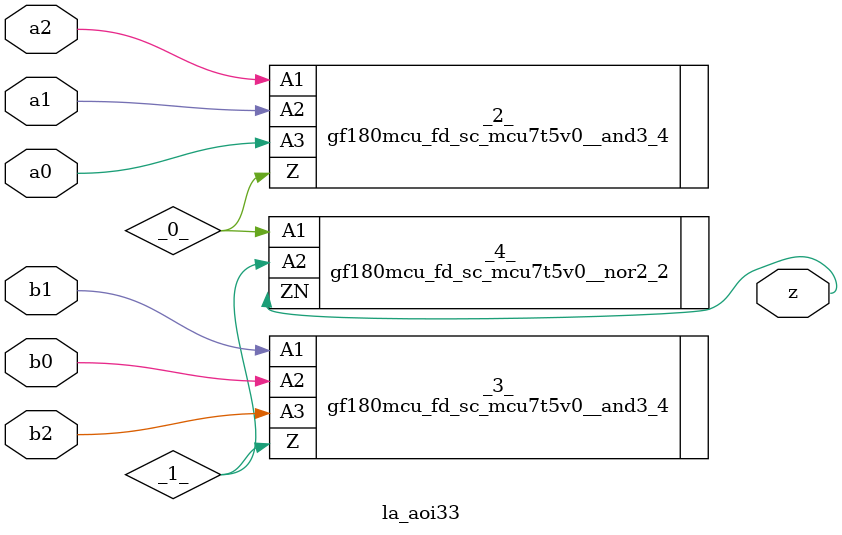
<source format=v>

/* Generated by Yosys 0.44 (git sha1 80ba43d26, g++ 11.4.0-1ubuntu1~22.04 -fPIC -O3) */

(* top =  1  *)
(* src = "inputs/la_aoi33.v:10.1-24.10" *)
module la_aoi33 (
    a0,
    a1,
    a2,
    b0,
    b1,
    b2,
    z
);
  wire _0_;
  wire _1_;
  (* src = "inputs/la_aoi33.v:13.12-13.14" *)
  input a0;
  wire a0;
  (* src = "inputs/la_aoi33.v:14.12-14.14" *)
  input a1;
  wire a1;
  (* src = "inputs/la_aoi33.v:15.12-15.14" *)
  input a2;
  wire a2;
  (* src = "inputs/la_aoi33.v:16.12-16.14" *)
  input b0;
  wire b0;
  (* src = "inputs/la_aoi33.v:17.12-17.14" *)
  input b1;
  wire b1;
  (* src = "inputs/la_aoi33.v:18.12-18.14" *)
  input b2;
  wire b2;
  (* src = "inputs/la_aoi33.v:19.12-19.13" *)
  output z;
  wire z;
  gf180mcu_fd_sc_mcu7t5v0__and3_4 _2_ (
      .A1(a2),
      .A2(a1),
      .A3(a0),
      .Z (_0_)
  );
  gf180mcu_fd_sc_mcu7t5v0__and3_4 _3_ (
      .A1(b1),
      .A2(b0),
      .A3(b2),
      .Z (_1_)
  );
  gf180mcu_fd_sc_mcu7t5v0__nor2_2 _4_ (
      .A1(_0_),
      .A2(_1_),
      .ZN(z)
  );
endmodule

</source>
